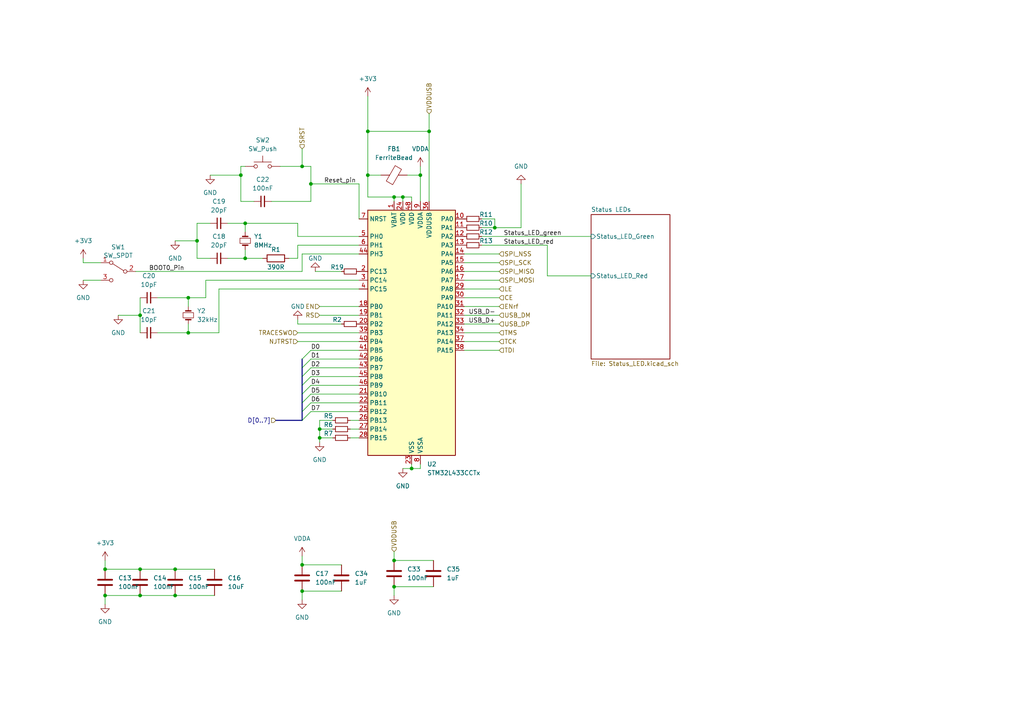
<source format=kicad_sch>
(kicad_sch (version 20230121) (generator eeschema)
  (paper "A4")
  (lib_symbols
    (symbol "Device:C" (pin_numbers hide) (pin_names (offset 0.254))
      (property "Reference" "C" (at 0.635 2.54 0))
      (property "Value" "C" (at 0.635 -2.54 0))
      (symbol "C_0_1"
        (polyline (pts (xy -2.032 -0.762) (xy 2.032 -0.762)) (stroke (width 0.508)))
        (polyline (pts (xy -2.032 0.762) (xy 2.032 0.762)) (stroke (width 0.508)))
      )
      (symbol "C_1_1"
        (pin passive line (at 0 3.81 270) (length 2.794) (name "~") (number "1"))
        (pin passive line (at 0 -3.81 90) (length 2.794) (name "~") (number "2"))
      )
    )
    (symbol "Device:C_Small" (pin_numbers hide) (pin_names (offset 0.254) hide)
      (property "Reference" "C" (at 0.254 1.778 0))
      (property "Value" "C_Small" (at 0.254 -2.032 0))
      (symbol "C_Small_0_1"
        (polyline (pts (xy -1.524 -0.508) (xy 1.524 -0.508)) (stroke (width 0.3302)))
        (polyline (pts (xy -1.524 0.508) (xy 1.524 0.508)) (stroke (width 0.3048)))
      )
      (symbol "C_Small_1_1"
        (pin passive line (at 0 2.54 270) (length 2.032) (name "~") (number "1"))
        (pin passive line (at 0 -2.54 90) (length 2.032) (name "~") (number "2"))
      )
    )
    (symbol "Device:Crystal_Small" (pin_numbers hide) (pin_names (offset 1.016) hide)
      (property "Reference" "Y" (at 0 2.54 0))
      (property "Value" "Crystal_Small" (at 0 -2.54 0))
      (symbol "Crystal_Small_0_1"
        (rectangle (start -0.762 -1.524) (end 0.762 1.524))
        (polyline (pts (xy -1.27 -0.762) (xy -1.27 0.762)) (stroke (width 0.381)))
        (polyline (pts (xy 1.27 -0.762) (xy 1.27 0.762)) (stroke (width 0.381)))
      )
      (symbol "Crystal_Small_1_1"
        (pin passive line (at -2.54 0 0) (length 1.27) (name "1") (number "1"))
        (pin passive line (at 2.54 0 180) (length 1.27) (name "2") (number "2"))
      )
    )
    (symbol "Device:FerriteBead" (pin_numbers hide) (pin_names (offset 0))
      (property "Reference" "FB" (at -3.81 0.635 90))
      (property "Value" "FerriteBead" (at 3.81 0 90))
      (symbol "FerriteBead_0_1"
        (polyline (pts (xy 0 -1.27) (xy 0 -1.2192)))
        (polyline (pts (xy 0 1.27) (xy 0 1.2954)))
        (polyline (pts (xy -2.7686 0.4064) (xy -1.7018 2.2606) (xy 2.7686 -0.3048) (xy 1.6764 -2.159) (xy -2.7686 0.4064)))
      )
      (symbol "FerriteBead_1_1"
        (pin passive line (at 0 3.81 270) (length 2.54) (name "~") (number "1"))
        (pin passive line (at 0 -3.81 90) (length 2.54) (name "~") (number "2"))
      )
    )
    (symbol "Device:R" (pin_numbers hide) (pin_names (offset 0))
      (property "Reference" "R" (at 2.032 0 90))
      (property "Value" "R" (at 0 0 90))
      (symbol "R_0_1"
        (rectangle (start -1.016 -2.54) (end 1.016 2.54) (stroke (width 0.254)))
      )
      (symbol "R_1_1"
        (pin passive line (at 0 3.81 270) (length 1.27) (name "~") (number "1"))
        (pin passive line (at 0 -3.81 90) (length 1.27) (name "~") (number "2"))
      )
    )
    (symbol "Device:R_Small" (pin_numbers hide) (pin_names (offset 0.254) hide)
      (property "Reference" "R" (at 0.762 0.508 0))
      (property "Value" "R_Small" (at 0.762 -1.016 0))
      (symbol "R_Small_0_1"
        (rectangle (start -0.762 1.778) (end 0.762 -1.778) (stroke (width 0.2032)))
      )
      (symbol "R_Small_1_1"
        (pin passive line (at 0 2.54 270) (length 0.762) (name "~") (number "1"))
        (pin passive line (at 0 -2.54 90) (length 0.762) (name "~") (number "2"))
      )
    )
    (symbol "MCU_ST_STM32L4:STM32L433CCTx"
      (property "Reference" "U" (at -12.7 36.83 0))
      (property "Value" "STM32L433CCTx" (at 7.62 36.83 0))
      (symbol "STM32L433CCTx_0_1"
        (rectangle (start -12.7 -35.56) (end 12.7 35.56) (stroke (width 0.254)) (fill (type background)))
      )
      (symbol "STM32L433CCTx_1_1"
        (pin power_in line (at -5.08 38.1 270) (length 2.54) (name "VBAT") (number "1"))
        (pin bidirectional line (at 15.24 33.02 180) (length 2.54) (name "PA0") (number "10"))
        (pin bidirectional line (at 15.24 30.48 180) (length 2.54) (name "PA1") (number "11"))
        (pin bidirectional line (at 15.24 27.94 180) (length 2.54) (name "PA2") (number "12"))
        (pin bidirectional line (at 15.24 25.4 180) (length 2.54) (name "PA3") (number "13"))
        (pin bidirectional line (at 15.24 22.86 180) (length 2.54) (name "PA4") (number "14"))
        (pin bidirectional line (at 15.24 20.32 180) (length 2.54) (name "PA5") (number "15"))
        (pin bidirectional line (at 15.24 17.78 180) (length 2.54) (name "PA6") (number "16"))
        (pin bidirectional line (at 15.24 15.24 180) (length 2.54) (name "PA7") (number "17"))
        (pin bidirectional line (at -15.24 7.62 0) (length 2.54) (name "PB0") (number "18"))
        (pin bidirectional line (at -15.24 5.08 0) (length 2.54) (name "PB1") (number "19"))
        (pin bidirectional line (at -15.24 17.78 0) (length 2.54) (name "PC13") (number "2"))
        (pin bidirectional line (at -15.24 2.54 0) (length 2.54) (name "PB2") (number "20"))
        (pin bidirectional line (at -15.24 -17.78 0) (length 2.54) (name "PB10") (number "21"))
        (pin bidirectional line (at -15.24 -20.32 0) (length 2.54) (name "PB11") (number "22"))
        (pin power_in line (at 0 -38.1 90) (length 2.54) (name "VSS") (number "23"))
        (pin power_in line (at -2.54 38.1 270) (length 2.54) (name "VDD") (number "24"))
        (pin bidirectional line (at -15.24 -22.86 0) (length 2.54) (name "PB12") (number "25"))
        (pin bidirectional line (at -15.24 -25.4 0) (length 2.54) (name "PB13") (number "26"))
        (pin bidirectional line (at -15.24 -27.94 0) (length 2.54) (name "PB14") (number "27"))
        (pin bidirectional line (at -15.24 -30.48 0) (length 2.54) (name "PB15") (number "28"))
        (pin bidirectional line (at 15.24 12.7 180) (length 2.54) (name "PA8") (number "29"))
        (pin bidirectional line (at -15.24 15.24 0) (length 2.54) (name "PC14") (number "3"))
        (pin bidirectional line (at 15.24 10.16 180) (length 2.54) (name "PA9") (number "30"))
        (pin bidirectional line (at 15.24 7.62 180) (length 2.54) (name "PA10") (number "31"))
        (pin bidirectional line (at 15.24 5.08 180) (length 2.54) (name "PA11") (number "32"))
        (pin bidirectional line (at 15.24 2.54 180) (length 2.54) (name "PA12") (number "33"))
        (pin bidirectional line (at 15.24 0 180) (length 2.54) (name "PA13") (number "34"))
        (pin passive line (at 0 -38.1 90) (length 2.54) hide (name "VSS") (number "35"))
        (pin power_in line (at 5.08 38.1 270) (length 2.54) (name "VDDUSB") (number "36"))
        (pin bidirectional line (at 15.24 -2.54 180) (length 2.54) (name "PA14") (number "37"))
        (pin bidirectional line (at 15.24 -5.08 180) (length 2.54) (name "PA15") (number "38"))
        (pin bidirectional line (at -15.24 0 0) (length 2.54) (name "PB3") (number "39"))
        (pin bidirectional line (at -15.24 12.7 0) (length 2.54) (name "PC15") (number "4"))
        (pin bidirectional line (at -15.24 -2.54 0) (length 2.54) (name "PB4") (number "40"))
        (pin bidirectional line (at -15.24 -5.08 0) (length 2.54) (name "PB5") (number "41"))
        (pin bidirectional line (at -15.24 -7.62 0) (length 2.54) (name "PB6") (number "42"))
        (pin bidirectional line (at -15.24 -10.16 0) (length 2.54) (name "PB7") (number "43"))
        (pin bidirectional line (at -15.24 22.86 0) (length 2.54) (name "PH3") (number "44"))
        (pin bidirectional line (at -15.24 -12.7 0) (length 2.54) (name "PB8") (number "45"))
        (pin bidirectional line (at -15.24 -15.24 0) (length 2.54) (name "PB9") (number "46"))
        (pin passive line (at 0 -38.1 90) (length 2.54) hide (name "VSS") (number "47"))
        (pin power_in line (at 0 38.1 270) (length 2.54) (name "VDD") (number "48"))
        (pin bidirectional line (at -15.24 27.94 0) (length 2.54) (name "PH0") (number "5"))
        (pin bidirectional line (at -15.24 25.4 0) (length 2.54) (name "PH1") (number "6"))
        (pin input line (at -15.24 33.02 0) (length 2.54) (name "NRST") (number "7"))
        (pin power_in line (at 2.54 -38.1 90) (length 2.54) (name "VSSA") (number "8"))
        (pin power_in line (at 2.54 38.1 270) (length 2.54) (name "VDDA") (number "9"))
      )
    )
    (symbol "Switch:SW_Push" (pin_numbers hide) (pin_names (offset 1.016) hide)
      (property "Reference" "SW" (at 1.27 2.54 0))
      (property "Value" "SW_Push" (at 0 -1.524 0))
      (symbol "SW_Push_0_1"
        (circle (center -2.032 0) (radius 0.508))
        (polyline (pts (xy 0 1.27) (xy 0 3.048)))
        (polyline (pts (xy 2.54 1.27) (xy -2.54 1.27)))
        (circle (center 2.032 0) (radius 0.508))
        (pin passive line (at -5.08 0 0) (length 2.54) (name "1") (number "1"))
        (pin passive line (at 5.08 0 180) (length 2.54) (name "2") (number "2"))
      )
    )
    (symbol "Switch:SW_SPDT" (pin_names (offset 0) hide)
      (property "Reference" "SW" (at 0 4.318 0))
      (property "Value" "SW_SPDT" (at 0 -5.08 0))
      (symbol "SW_SPDT_0_0"
        (circle (center -2.032 0) (radius 0.508))
        (circle (center 2.032 -2.54) (radius 0.508))
      )
      (symbol "SW_SPDT_0_1"
        (polyline (pts (xy -1.524 0.254) (xy 1.651 2.286)))
        (circle (center 2.032 2.54) (radius 0.508))
      )
      (symbol "SW_SPDT_1_1"
        (pin passive line (at 5.08 2.54 180) (length 2.54) (name "A") (number "1"))
        (pin passive line (at -5.08 0 0) (length 2.54) (name "B") (number "2"))
        (pin passive line (at 5.08 -2.54 180) (length 2.54) (name "C") (number "3"))
      )
    )
    (symbol "power:+3V3" (power) (pin_names (offset 0))
      (property "Value" "+3V3" (at 0 3.556 0))
      (symbol "+3V3_0_1"
        (polyline (pts (xy -0.762 1.27) (xy 0 2.54)))
        (polyline (pts (xy 0 0) (xy 0 2.54)))
        (polyline (pts (xy 0 2.54) (xy 0.762 1.27)))
      )
      (symbol "+3V3_1_1"
        (pin power_in line (at 0 0 90) (length 0) hide (name "+3V3") (number "1"))
      )
    )
    (symbol "power:GND" (power) (pin_names (offset 0))
      (property "Value" "GND" (at 0 -3.81 0))
      (symbol "GND_0_1"
        (polyline (pts (xy 0 0) (xy 0 -1.27) (xy 1.27 -1.27) (xy 0 -2.54) (xy -1.27 -1.27) (xy 0 -1.27)))
      )
      (symbol "GND_1_1"
        (pin power_in line (at 0 0 270) (length 0) hide (name "GND") (number "1"))
      )
    )
    (symbol "power:VDDA" (power) (pin_names (offset 0))
      (property "Value" "VDDA" (at 0 3.81 0))
      (symbol "VDDA_0_1"
        (polyline (pts (xy -0.762 1.27) (xy 0 2.54)))
        (polyline (pts (xy 0 0) (xy 0 2.54)))
        (polyline (pts (xy 0 2.54) (xy 0.762 1.27)))
      )
      (symbol "VDDA_1_1"
        (pin power_in line (at 0 0 90) (length 0) hide (name "VDDA") (number "1"))
      )
    )
  )
  (junction (at 106.68 38.1))
  (junction (at 114.3 57.15))
  (junction (at 40.64 165.1))
  (junction (at 121.92 50.8))
  (junction (at 71.12 74.93))
  (junction (at 90.17 53.34))
  (junction (at 40.64 91.44))
  (junction (at 54.61 86.36))
  (junction (at 124.46 38.1))
  (junction (at 50.8 165.1))
  (junction (at 69.85 50.8))
  (junction (at 116.84 57.15))
  (junction (at 87.63 171.45))
  (junction (at 143.51 66.04))
  (junction (at 114.3 170.18))
  (junction (at 114.3 162.56))
  (junction (at 30.48 165.1))
  (junction (at 40.64 172.72))
  (junction (at 57.15 69.85))
  (junction (at 87.63 163.83))
  (junction (at 92.71 124.46))
  (junction (at 92.71 127))
  (junction (at 71.12 64.77))
  (junction (at 54.61 96.52))
  (junction (at 87.63 48.26))
  (junction (at 119.38 135.89))
  (junction (at 106.68 50.8))
  (junction (at 50.8 172.72))
  (junction (at 30.48 172.72))
  (bus_entry (at 87.63 121.92) (size 2.54 -2.54))
  (bus_entry (at 87.63 109.22) (size 2.54 -2.54))
  (bus_entry (at 87.63 114.3) (size 2.54 -2.54))
  (bus_entry (at 87.63 104.14) (size 2.54 -2.54))
  (bus_entry (at 87.63 116.84) (size 2.54 -2.54))
  (bus_entry (at 87.63 111.76) (size 2.54 -2.54))
  (bus_entry (at 87.63 106.68) (size 2.54 -2.54))
  (bus_entry (at 87.63 119.38) (size 2.54 -2.54))
  (wire (pts (xy 143.51 66.04) (xy 151.13 66.04)))
  (wire (pts (xy 151.13 66.04) (xy 151.13 53.34)))
  (wire (pts (xy 34.29 91.44) (xy 40.64 91.44)))
  (wire (pts (xy 119.38 57.15) (xy 119.38 58.42)))
  (wire (pts (xy 121.92 50.8) (xy 121.92 58.42)))
  (wire (pts (xy 66.04 74.93) (xy 71.12 74.93)))
  (wire (pts (xy 69.85 50.8) (xy 69.85 58.42)))
  (wire (pts (xy 45.72 86.36) (xy 54.61 86.36)))
  (wire (pts (xy 106.68 57.15) (xy 114.3 57.15)))
  (wire (pts (xy 54.61 86.36) (xy 59.69 86.36)))
  (wire (pts (xy 24.13 81.28) (xy 29.21 81.28)))
  (wire (pts (xy 87.63 78.74) (xy 87.63 73.66)))
  (wire (pts (xy 114.3 162.56) (xy 125.73 162.56)))
  (wire (pts (xy 86.36 71.12) (xy 104.14 71.12)))
  (wire (pts (xy 144.78 83.82) (xy 134.62 83.82)))
  (wire (pts (xy 92.71 121.92) (xy 92.71 124.46)))
  (bus (pts (xy 87.63 119.38) (xy 87.63 121.92)))
  (wire (pts (xy 134.62 93.98) (xy 144.78 93.98)))
  (wire (pts (xy 87.63 43.18) (xy 87.63 48.26)))
  (wire (pts (xy 90.17 119.38) (xy 104.14 119.38)))
  (wire (pts (xy 114.3 57.15) (xy 114.3 58.42)))
  (wire (pts (xy 134.62 78.74) (xy 144.78 78.74)))
  (wire (pts (xy 86.36 99.06) (xy 104.14 99.06)))
  (wire (pts (xy 45.72 96.52) (xy 54.61 96.52)))
  (wire (pts (xy 106.68 50.8) (xy 110.49 50.8)))
  (wire (pts (xy 86.36 96.52) (xy 104.14 96.52)))
  (wire (pts (xy 87.63 163.83) (xy 99.06 163.83)))
  (wire (pts (xy 90.17 53.34) (xy 104.14 53.34)))
  (wire (pts (xy 106.68 27.94) (xy 106.68 38.1)))
  (wire (pts (xy 86.36 92.71) (xy 86.36 93.98)))
  (wire (pts (xy 124.46 38.1) (xy 124.46 58.42)))
  (wire (pts (xy 92.71 127) (xy 96.52 127)))
  (bus (pts (xy 80.01 121.92) (xy 87.63 121.92)))
  (wire (pts (xy 87.63 163.83) (xy 87.63 161.29)))
  (wire (pts (xy 73.66 58.42) (xy 69.85 58.42)))
  (wire (pts (xy 81.28 48.26) (xy 87.63 48.26)))
  (wire (pts (xy 99.06 78.74) (xy 91.44 78.74)))
  (wire (pts (xy 134.62 91.44) (xy 144.78 91.44)))
  (wire (pts (xy 116.84 57.15) (xy 116.84 58.42)))
  (wire (pts (xy 57.15 64.77) (xy 57.15 69.85)))
  (wire (pts (xy 134.62 96.52) (xy 144.78 96.52)))
  (wire (pts (xy 90.17 101.6) (xy 104.14 101.6)))
  (wire (pts (xy 121.92 134.62) (xy 121.92 135.89)))
  (wire (pts (xy 106.68 50.8) (xy 106.68 57.15)))
  (wire (pts (xy 54.61 93.98) (xy 54.61 96.52)))
  (wire (pts (xy 134.62 76.2) (xy 144.78 76.2)))
  (wire (pts (xy 59.69 86.36) (xy 59.69 81.28)))
  (wire (pts (xy 92.71 91.44) (xy 104.14 91.44)))
  (wire (pts (xy 40.64 96.52) (xy 40.64 91.44)))
  (wire (pts (xy 50.8 172.72) (xy 62.23 172.72)))
  (wire (pts (xy 116.84 57.15) (xy 119.38 57.15)))
  (wire (pts (xy 90.17 111.76) (xy 104.14 111.76)))
  (wire (pts (xy 86.36 68.58) (xy 104.14 68.58)))
  (wire (pts (xy 114.3 170.18) (xy 125.73 170.18)))
  (wire (pts (xy 118.11 50.8) (xy 121.92 50.8)))
  (wire (pts (xy 87.63 73.66) (xy 104.14 73.66)))
  (wire (pts (xy 54.61 86.36) (xy 54.61 88.9)))
  (wire (pts (xy 99.06 93.98) (xy 86.36 93.98)))
  (bus (pts (xy 87.63 114.3) (xy 87.63 116.84)))
  (wire (pts (xy 69.85 48.26) (xy 69.85 50.8)))
  (wire (pts (xy 143.51 66.04) (xy 139.7 66.04)))
  (wire (pts (xy 119.38 135.89) (xy 119.38 134.62)))
  (wire (pts (xy 30.48 172.72) (xy 30.48 175.26)))
  (wire (pts (xy 104.14 63.5) (xy 104.14 53.34)))
  (wire (pts (xy 114.3 172.72) (xy 114.3 170.18)))
  (wire (pts (xy 106.68 38.1) (xy 106.68 50.8)))
  (wire (pts (xy 63.5 83.82) (xy 63.5 96.52)))
  (wire (pts (xy 114.3 57.15) (xy 116.84 57.15)))
  (wire (pts (xy 71.12 72.39) (xy 71.12 74.93)))
  (bus (pts (xy 87.63 111.76) (xy 87.63 114.3)))
  (wire (pts (xy 106.68 38.1) (xy 124.46 38.1)))
  (wire (pts (xy 144.78 86.36) (xy 134.62 86.36)))
  (wire (pts (xy 90.17 104.14) (xy 104.14 104.14)))
  (wire (pts (xy 92.71 124.46) (xy 92.71 127)))
  (wire (pts (xy 134.62 99.06) (xy 144.78 99.06)))
  (bus (pts (xy 87.63 104.14) (xy 87.63 106.68)))
  (wire (pts (xy 40.64 86.36) (xy 40.64 91.44)))
  (wire (pts (xy 24.13 76.2) (xy 24.13 74.93)))
  (wire (pts (xy 87.63 171.45) (xy 99.06 171.45)))
  (wire (pts (xy 134.62 101.6) (xy 144.78 101.6)))
  (wire (pts (xy 101.6 121.92) (xy 104.14 121.92)))
  (wire (pts (xy 158.75 80.01) (xy 171.45 80.01)))
  (wire (pts (xy 24.13 76.2) (xy 29.21 76.2)))
  (wire (pts (xy 66.04 64.77) (xy 71.12 64.77)))
  (wire (pts (xy 71.12 64.77) (xy 71.12 67.31)))
  (wire (pts (xy 143.51 66.04) (xy 143.51 63.5)))
  (wire (pts (xy 104.14 83.82) (xy 63.5 83.82)))
  (wire (pts (xy 39.37 78.74) (xy 87.63 78.74)))
  (wire (pts (xy 86.36 64.77) (xy 71.12 64.77)))
  (wire (pts (xy 121.92 135.89) (xy 119.38 135.89)))
  (wire (pts (xy 101.6 124.46) (xy 104.14 124.46)))
  (wire (pts (xy 101.6 127) (xy 104.14 127)))
  (wire (pts (xy 86.36 68.58) (xy 86.36 64.77)))
  (wire (pts (xy 92.71 128.27) (xy 92.71 127)))
  (wire (pts (xy 69.85 50.8) (xy 60.96 50.8)))
  (wire (pts (xy 69.85 48.26) (xy 71.12 48.26)))
  (wire (pts (xy 139.7 68.58) (xy 171.45 68.58)))
  (wire (pts (xy 114.3 162.56) (xy 114.3 160.02)))
  (wire (pts (xy 134.62 73.66) (xy 144.78 73.66)))
  (wire (pts (xy 87.63 48.26) (xy 90.17 48.26)))
  (wire (pts (xy 30.48 165.1) (xy 30.48 162.56)))
  (wire (pts (xy 139.7 71.12) (xy 158.75 71.12)))
  (bus (pts (xy 87.63 109.22) (xy 87.63 111.76)))
  (wire (pts (xy 92.71 88.9) (xy 104.14 88.9)))
  (wire (pts (xy 90.17 53.34) (xy 90.17 58.42)))
  (wire (pts (xy 83.82 74.93) (xy 86.36 74.93)))
  (bus (pts (xy 87.63 116.84) (xy 87.63 119.38)))
  (wire (pts (xy 90.17 109.22) (xy 104.14 109.22)))
  (wire (pts (xy 30.48 172.72) (xy 40.64 172.72)))
  (wire (pts (xy 144.78 81.28) (xy 134.62 81.28)))
  (wire (pts (xy 57.15 64.77) (xy 60.96 64.77)))
  (wire (pts (xy 59.69 81.28) (xy 104.14 81.28)))
  (wire (pts (xy 40.64 165.1) (xy 50.8 165.1)))
  (wire (pts (xy 116.84 135.89) (xy 119.38 135.89)))
  (wire (pts (xy 50.8 165.1) (xy 62.23 165.1)))
  (wire (pts (xy 92.71 121.92) (xy 96.52 121.92)))
  (wire (pts (xy 30.48 165.1) (xy 40.64 165.1)))
  (wire (pts (xy 143.51 63.5) (xy 139.7 63.5)))
  (wire (pts (xy 158.75 71.12) (xy 158.75 80.01)))
  (wire (pts (xy 87.63 173.99) (xy 87.63 171.45)))
  (wire (pts (xy 57.15 74.93) (xy 57.15 69.85)))
  (wire (pts (xy 90.17 106.68) (xy 104.14 106.68)))
  (wire (pts (xy 78.74 58.42) (xy 90.17 58.42)))
  (wire (pts (xy 50.8 69.85) (xy 57.15 69.85)))
  (wire (pts (xy 71.12 74.93) (xy 76.2 74.93)))
  (wire (pts (xy 40.64 172.72) (xy 50.8 172.72)))
  (wire (pts (xy 124.46 33.02) (xy 124.46 38.1)))
  (wire (pts (xy 57.15 74.93) (xy 60.96 74.93)))
  (wire (pts (xy 121.92 48.26) (xy 121.92 50.8)))
  (wire (pts (xy 86.36 74.93) (xy 86.36 71.12)))
  (wire (pts (xy 92.71 124.46) (xy 96.52 124.46)))
  (bus (pts (xy 87.63 106.68) (xy 87.63 109.22)))
  (wire (pts (xy 90.17 53.34) (xy 90.17 48.26)))
  (wire (pts (xy 90.17 116.84) (xy 104.14 116.84)))
  (wire (pts (xy 144.78 88.9) (xy 134.62 88.9)))
  (wire (pts (xy 90.17 114.3) (xy 104.14 114.3)))
  (wire (pts (xy 63.5 96.52) (xy 54.61 96.52)))
  (label "BOOT0_Pin" (at 43.18 78.74 0))
  (label "USB_D-" (at 135.89 91.44 0))
  (label "D0" (at 90.17 101.6 0))
  (label "D6" (at 90.17 116.84 0))
  (label "D5" (at 90.17 114.3 0))
  (label "Status_LED_green" (at 146.05 68.58 0))
  (label "D3" (at 90.17 109.22 0))
  (label "D4" (at 90.17 111.76 0))
  (label "D1" (at 90.17 104.14 0))
  (label "Status_LED_red" (at 146.05 71.12 0))
  (label "Reset_pin" (at 93.98 53.34 0))
  (label "D7" (at 90.17 119.38 0))
  (label "D2" (at 90.17 106.68 0))
  (label "USB_D+" (at 135.89 93.98 0))
  (hierarchical_label "SPI_MISO" (shape input) (at 144.78 78.74 0))
  (hierarchical_label "TRACESWO" (shape input) (at 86.36 96.52 180))
  (hierarchical_label "USB_DP" (shape input) (at 144.78 93.98 0))
  (hierarchical_label "TCK" (shape input) (at 144.78 99.06 0))
  (hierarchical_label "TDI" (shape input) (at 144.78 101.6 0))
  (hierarchical_label "TMS" (shape input) (at 144.78 96.52 0))
  (hierarchical_label "D[0..7]" (shape input) (at 80.01 121.92 180))
  (hierarchical_label "NJTRST" (shape input) (at 86.36 99.06 180))
  (hierarchical_label "EN" (shape input) (at 92.71 88.9 180))
  (hierarchical_label "VDDUSB" (shape input) (at 114.3 160.02 90))
  (hierarchical_label "SRST" (shape input) (at 87.63 43.18 90))
  (hierarchical_label "ENrf" (shape input) (at 144.78 88.9 0))
  (hierarchical_label "CE" (shape input) (at 144.78 86.36 0))
  (hierarchical_label "LE" (shape input) (at 144.78 83.82 0))
  (hierarchical_label "SPI_NSS" (shape input) (at 144.78 73.66 0))
  (hierarchical_label "RS" (shape input) (at 92.71 91.44 180))
  (hierarchical_label "USB_DM" (shape input) (at 144.78 91.44 0))
  (hierarchical_label "SPI_MOSI" (shape input) (at 144.78 81.28 0))
  (hierarchical_label "SPI_SCK" (shape input) (at 144.78 76.2 0))
  (hierarchical_label "VDDUSB" (shape input) (at 124.46 33.02 90))
  (symbol (lib_id "power:+3V3") (at 24.13 74.93 0) (unit 1)
    (property "Reference" "#PWR05" (effects hide))
    (property "Value" "+3V3" (at 24.13 69.85 0))
  )
  (symbol (lib_id "Device:C_Small") (at 63.5 64.77 90) (unit 1)
    (property "Reference" "C19" (at 63.5063 58.42 90))
    (property "Value" "20pF" (at 63.5063 60.96 90))
    (property "Footprint" "Capacitor_SMD:C_0603_1608Metric_Pad1.08x0.95mm_HandSolder" (effects hide))
  )
  (symbol (lib_id "Device:C_Small") (at 63.5 74.93 90) (unit 1)
    (property "Reference" "C18" (at 63.5063 68.58 90))
    (property "Value" "20pF" (at 63.5063 71.12 90))
    (property "Footprint" "Capacitor_SMD:C_0603_1608Metric_Pad1.08x0.95mm_HandSolder" (effects hide))
  )
  (symbol (lib_id "power:VDDA") (at 87.63 161.29 0) (unit 1)
    (property "Reference" "#PWR049" (effects hide))
    (property "Value" "VDDA" (at 87.63 156.21 0))
  )
  (symbol (lib_id "Device:C_Small") (at 43.18 96.52 90) (unit 1)
    (property "Reference" "C21" (at 43.1863 90.17 90))
    (property "Value" "10pF" (at 43.1863 92.71 90))
    (property "Footprint" "Capacitor_SMD:C_0603_1608Metric_Pad1.08x0.95mm_HandSolder" (effects hide))
  )
  (symbol (lib_id "Device:R_Small") (at 99.06 124.46 90) (unit 1)
    (property "Reference" "R6" (at 95.25 123.19 90))
    (property "Value" "10k" (effects hide))
    (property "Footprint" "Resistor_SMD:R_0603_1608Metric_Pad0.98x0.95mm_HandSolder" (effects hide))
  )
  (symbol (lib_id "Device:R_Small") (at 101.6 78.74 90) (unit 1)
    (property "Reference" "R19" (at 97.79 77.47 90))
    (property "Value" "10k" (effects hide))
    (property "Footprint" "Resistor_SMD:R_0603_1608Metric_Pad0.98x0.95mm_HandSolder" (effects hide))
  )
  (symbol (lib_id "Device:FerriteBead") (at 114.3 50.8 90) (unit 1)
    (property "Reference" "FB1" (at 114.2492 43.18 90))
    (property "Value" "FerriteBead" (at 114.2492 45.72 90))
    (property "Footprint" "Resistor_SMD:R_0603_1608Metric_Pad0.98x0.95mm_HandSolder" (effects hide))
  )
  (symbol (lib_id "power:VDDA") (at 121.92 48.26 0) (unit 1)
    (property "Reference" "#PWR048" (effects hide))
    (property "Value" "VDDA" (at 121.92 43.18 0))
  )
  (symbol (lib_id "Switch:SW_SPDT") (at 34.29 78.74 0) (mirror y) (unit 1)
    (property "Reference" "SW1" (at 34.29 71.6747 0))
    (property "Value" "SW_SPDT" (at 34.29 74.0989 0))
    (property "Footprint" "ADF5355:Toggle_switch_710X" (effects hide))
  )
  (symbol (lib_id "Device:C") (at 99.06 167.64 0) (unit 1)
    (property "Reference" "C34" (at 102.87 166.37 0) (effects (justify left)))
    (property "Value" "1uF" (at 102.87 168.91 0) (effects (justify left)))
    (property "Footprint" "Capacitor_SMD:C_0603_1608Metric_Pad1.08x0.95mm_HandSolder" (effects hide))
  )
  (symbol (lib_id "Device:R_Small") (at 99.06 127 90) (unit 1)
    (property "Reference" "R7" (at 95.25 125.73 90))
    (property "Value" "10k" (effects hide))
    (property "Footprint" "Resistor_SMD:R_0603_1608Metric_Pad0.98x0.95mm_HandSolder" (effects hide))
  )
  (symbol (lib_id "Device:R_Small") (at 137.16 63.5 270) (unit 1)
    (property "Reference" "R11" (at 140.97 62.23 90))
    (property "Value" "10k" (effects hide))
    (property "Footprint" "Resistor_SMD:R_0603_1608Metric_Pad0.98x0.95mm_HandSolder" (effects hide))
  )
  (symbol (lib_id "power:GND") (at 24.13 81.28 0) (unit 1)
    (property "Reference" "#PWR026" (effects hide))
    (property "Value" "GND" (at 24.13 86.36 0))
  )
  (symbol (lib_id "Device:R_Small") (at 137.16 71.12 270) (unit 1)
    (property "Reference" "R13" (at 140.97 69.85 90))
    (property "Value" "10k" (effects hide))
    (property "Footprint" "Resistor_SMD:R_0603_1608Metric_Pad0.98x0.95mm_HandSolder" (effects hide))
  )
  (symbol (lib_id "Device:C_Small") (at 76.2 58.42 90) (unit 1)
    (property "Reference" "C22" (at 76.2063 52.07 90))
    (property "Value" "100nF" (at 76.2063 54.61 90))
    (property "Footprint" "Capacitor_SMD:C_0603_1608Metric_Pad1.08x0.95mm_HandSolder" (effects hide))
  )
  (symbol (lib_id "power:GND") (at 30.48 175.26 0) (unit 1)
    (property "Reference" "#PWR09" (effects hide))
    (property "Value" "GND" (at 30.48 180.34 0))
  )
  (symbol (lib_id "Device:C") (at 50.8 168.91 0) (unit 1)
    (property "Reference" "C15" (at 54.61 167.64 0) (effects (justify left)))
    (property "Value" "100nF" (at 54.61 170.18 0) (effects (justify left)))
    (property "Footprint" "Capacitor_SMD:C_0603_1608Metric_Pad1.08x0.95mm_HandSolder" (effects hide))
  )
  (symbol (lib_id "power:GND") (at 114.3 172.72 0) (unit 1)
    (property "Reference" "#PWR050" (effects hide))
    (property "Value" "GND" (at 114.3 177.8 0))
  )
  (symbol (lib_id "Device:R") (at 80.01 74.93 90) (unit 1)
    (property "Reference" "R1" (at 80.01 72.39 90))
    (property "Value" "390R" (at 80.01 77.47 90))
    (property "Footprint" "Resistor_SMD:R_0603_1608Metric_Pad0.98x0.95mm_HandSolder" (effects hide))
  )
  (symbol (lib_id "Device:C") (at 87.63 167.64 0) (unit 1)
    (property "Reference" "C17" (at 91.44 166.37 0) (effects (justify left)))
    (property "Value" "100nF" (at 91.44 168.91 0) (effects (justify left)))
    (property "Footprint" "Capacitor_SMD:C_0603_1608Metric_Pad1.08x0.95mm_HandSolder" (effects hide))
  )
  (symbol (lib_id "Device:C") (at 62.23 168.91 0) (unit 1)
    (property "Reference" "C16" (at 66.04 167.64 0) (effects (justify left)))
    (property "Value" "10uF" (at 66.04 170.18 0) (effects (justify left)))
    (property "Footprint" "Capacitor_SMD:C_0603_1608Metric_Pad1.08x0.95mm_HandSolder" (effects hide))
  )
  (symbol (lib_id "Device:C") (at 114.3 166.37 0) (unit 1)
    (property "Reference" "C33" (at 118.11 165.1 0) (effects (justify left)))
    (property "Value" "100nF" (at 118.11 167.64 0) (effects (justify left)))
    (property "Footprint" "Capacitor_SMD:C_0603_1608Metric_Pad1.08x0.95mm_HandSolder" (effects hide))
  )
  (symbol (lib_id "Device:Crystal_Small") (at 54.61 91.44 270) (unit 1)
    (property "Reference" "Y2" (at 57.15 90.17 90) (effects (justify left)))
    (property "Value" "32kHz" (at 57.15 92.71 90) (effects (justify left)))
    (property "Footprint" "Crystal:Crystal_Round_D3.0mm_Vertical" (effects hide))
  )
  (symbol (lib_id "Device:C") (at 40.64 168.91 0) (unit 1)
    (property "Reference" "C14" (at 44.45 167.64 0) (effects (justify left)))
    (property "Value" "100nF" (at 44.45 170.18 0) (effects (justify left)))
    (property "Footprint" "Capacitor_SMD:C_0603_1608Metric_Pad1.08x0.95mm_HandSolder" (effects hide))
  )
  (symbol (lib_id "power:GND") (at 86.36 92.71 180) (unit 1)
    (property "Reference" "#PWR04" (effects hide))
    (property "Value" "GND" (at 86.36 88.9 0))
  )
  (symbol (lib_id "Device:R_Small") (at 137.16 66.04 270) (unit 1)
    (property "Reference" "R10" (at 140.97 64.77 90))
    (property "Value" "10k" (effects hide))
    (property "Footprint" "Resistor_SMD:R_0603_1608Metric_Pad0.98x0.95mm_HandSolder" (effects hide))
  )
  (symbol (lib_id "power:GND") (at 116.84 135.89 0) (unit 1)
    (property "Reference" "#PWR017" (effects hide))
    (property "Value" "GND" (at 116.84 140.97 0))
  )
  (symbol (lib_id "power:GND") (at 151.13 53.34 180) (unit 1)
    (property "Reference" "#PWR028" (effects hide))
    (property "Value" "GND" (at 151.13 48.26 0))
  )
  (symbol (lib_id "power:GND") (at 34.29 91.44 0) (unit 1)
    (property "Reference" "#PWR022" (effects hide))
    (property "Value" "GND" (at 34.29 96.52 0))
  )
  (symbol (lib_id "Device:R_Small") (at 137.16 68.58 270) (unit 1)
    (property "Reference" "R12" (at 140.97 67.31 90))
    (property "Value" "10k" (effects hide))
    (property "Footprint" "Resistor_SMD:R_0603_1608Metric_Pad0.98x0.95mm_HandSolder" (effects hide))
  )
  (symbol (lib_id "power:GND") (at 92.71 128.27 0) (unit 1)
    (property "Reference" "#PWR024" (effects hide))
    (property "Value" "GND" (at 92.71 133.35 0))
  )
  (symbol (lib_id "power:+3V3") (at 106.68 27.94 0) (unit 1)
    (property "Reference" "#PWR041" (effects hide))
    (property "Value" "+3V3" (at 106.68 22.86 0))
  )
  (symbol (lib_id "power:GND") (at 60.96 50.8 0) (unit 1)
    (property "Reference" "#PWR023" (effects hide))
    (property "Value" "GND" (at 60.96 55.88 0))
  )
  (symbol (lib_id "Device:Crystal_Small") (at 71.12 69.85 270) (unit 1)
    (property "Reference" "Y1" (at 73.66 68.58 90) (effects (justify left)))
    (property "Value" "8MHz" (at 73.66 71.12 90) (effects (justify left)))
    (property "Footprint" "ADF5355:NX3225GD" (effects hide))
  )
  (symbol (lib_id "power:GND") (at 50.8 69.85 0) (unit 1)
    (property "Reference" "#PWR020" (effects hide))
    (property "Value" "GND" (at 50.8 74.93 0))
  )
  (symbol (lib_id "Device:R_Small") (at 101.6 93.98 90) (unit 1)
    (property "Reference" "R2" (at 97.79 92.71 90))
    (property "Value" "10k" (effects hide))
    (property "Footprint" "Resistor_SMD:R_0603_1608Metric_Pad0.98x0.95mm_HandSolder" (effects hide))
  )
  (symbol (lib_id "Device:C") (at 30.48 168.91 0) (unit 1)
    (property "Reference" "C13" (at 34.29 167.64 0) (effects (justify left)))
    (property "Value" "100nF" (at 34.29 170.18 0) (effects (justify left)))
    (property "Footprint" "Capacitor_SMD:C_0603_1608Metric_Pad1.08x0.95mm_HandSolder" (effects hide))
  )
  (symbol (lib_id "Device:C_Small") (at 43.18 86.36 90) (unit 1)
    (property "Reference" "C20" (at 43.1863 80.01 90))
    (property "Value" "10pF" (at 43.1863 82.55 90))
    (property "Footprint" "Capacitor_SMD:C_0603_1608Metric_Pad1.08x0.95mm_HandSolder" (effects hide))
  )
  (symbol (lib_id "MCU_ST_STM32L4:STM32L433CCTx") (at 119.38 96.52 0) (unit 1)
    (property "Reference" "U2" (at 123.8759 134.62 0) (effects (justify left)))
    (property "Value" "STM32L433CCTx" (at 123.8759 137.16 0) (effects (justify left)))
    (property "Footprint" "Package_QFP:LQFP-48_7x7mm_P0.5mm" (effects hide))
    (property "Datasheet" "https://www.st.com/resource/en/datasheet/stm32l433cc.pdf" (effects hide))
  )
  (symbol (lib_id "power:+3V3") (at 30.48 162.56 0) (unit 1)
    (property "Reference" "#PWR047" (effects hide))
    (property "Value" "+3V3" (at 30.48 157.48 0))
  )
  (symbol (lib_id "Device:R_Small") (at 99.06 121.92 90) (unit 1)
    (property "Reference" "R5" (at 95.25 120.65 90))
    (property "Value" "10k" (effects hide))
    (property "Footprint" "Resistor_SMD:R_0603_1608Metric_Pad0.98x0.95mm_HandSolder" (effects hide))
  )
  (symbol (lib_id "power:GND") (at 87.63 173.99 0) (unit 1)
    (property "Reference" "#PWR029" (effects hide))
    (property "Value" "GND" (at 87.63 179.07 0))
  )
  (symbol (lib_id "Device:C") (at 125.73 166.37 0) (unit 1)
    (property "Reference" "C35" (at 129.54 165.1 0) (effects (justify left)))
    (property "Value" "1uF" (at 129.54 167.64 0) (effects (justify left)))
    (property "Footprint" "Capacitor_SMD:C_0603_1608Metric_Pad1.08x0.95mm_HandSolder" (effects hide))
  )
  (symbol (lib_id "Switch:SW_Push") (at 76.2 48.26 0) (unit 1)
    (property "Reference" "SW2" (at 76.2 40.64 0))
    (property "Value" "SW_Push" (at 76.2 43.18 0))
    (property "Footprint" "ADF5355:WS_TASV_SMT_Switch" (effects hide))
  )
  (symbol (lib_id "power:GND") (at 91.44 78.74 180) (unit 1)
    (property "Reference" "#PWR032" (effects hide))
    (property "Value" "GND" (at 91.44 74.93 0))
  )
  (sheet (at 171.45 62.23) (size 22.86 41.91) (stroke (width 0.1524))
    (property "Sheetname" "Status LEDs" (at 171.45 61.5184 0) (effects (justify left bottom)))
    (property "Sheetfile" "Status_LED.kicad_sch" (at 171.45 104.7246 0) (effects (justify left top)))
    (pin "Status_LED_Green" input (at 171.45 68.58 180))
    (pin "Status_LED_Red" input (at 171.45 80.01 180))
  )
)
</source>
